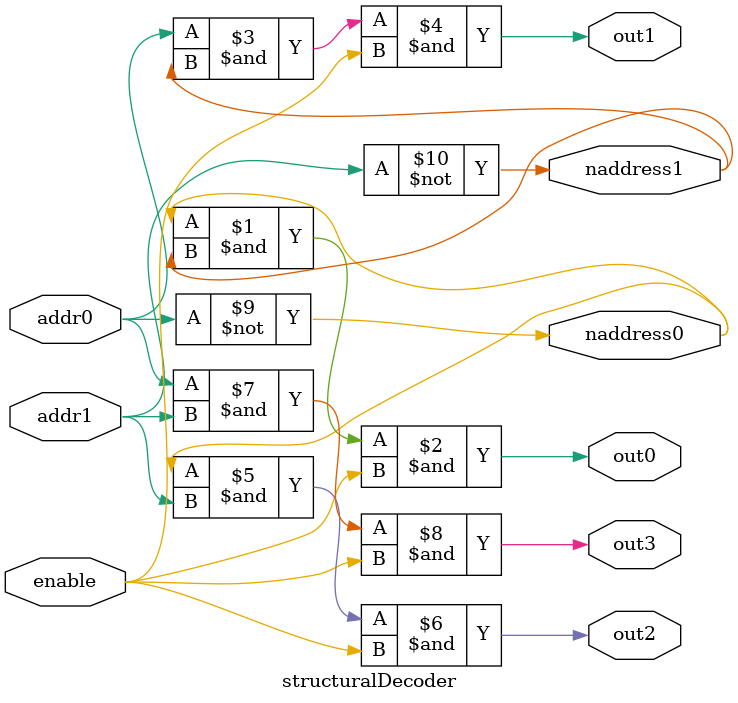
<source format=v>
`define AND and #50
`define OR or #50
`define NOT not #50
`define XOR xor #50

module behavioralDecoder
(
    output out0, out1, out2, out3,
    input address0, address1,
    input enable
);
    // Uses concatenation and shift operators
    assign {out3,out2,out1,out0}=enable<<{address1,address0};
endmodule


module structuralDecoder
(
    output out0, out1, out2, out3,
    input addr0, addr1,
    input enable,
    output naddress0, naddress1
);
    wire naddress0; 
    wire naddress1;
    not Ad0inv(naddress0, addr0); //inverted named Ad0inv, takes address00 and produces signal naddress0
    not Ad1inv(naddress1, addr1); //inverted named Ad0inv, takes address00 and produces signal naddress0
    and andgate0(out0, naddress0, naddress1, enable); 	// AND gate produces out0 from naddress0 and naddress1
    and andgate1(out1, addr0, naddress1, enable); 	// AND gate produces out1 from address0 and naddress1
    and andgate2(out2, naddress0, addr1, enable); 	// AND gate produces out2 from naddress0 and address1
    and andgate3(out3, addr0, addr1, enable); 	        // AND gate produces out3 from address0 and address1



// Your decoder code here
endmodule


</source>
